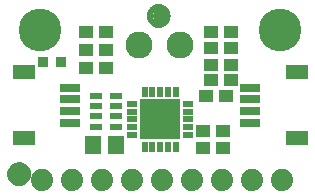
<source format=gbr>
G04 EAGLE Gerber RS-274X export*
G75*
%MOMM*%
%FSLAX34Y34*%
%LPD*%
%INSoldermask Top*%
%IPPOS*%
%AMOC8*
5,1,8,0,0,1.08239X$1,22.5*%
G01*
%ADD10R,1.176600X1.101600*%
%ADD11C,2.286000*%
%ADD12C,1.879600*%
%ADD13R,1.341600X1.601600*%
%ADD14C,3.617600*%
%ADD15R,1.651600X0.701600*%
%ADD16R,1.901600X1.301600*%
%ADD17C,1.101600*%
%ADD18C,0.469900*%
%ADD19R,0.901600X0.901600*%
%ADD20R,1.001600X0.551600*%
%ADD21R,0.501600X0.851600*%
%ADD22R,0.851600X0.501600*%
%ADD23R,3.451600X3.451600*%


D10*
X80890Y120650D03*
X63890Y120650D03*
X80890Y150495D03*
X63890Y150495D03*
X169935Y150495D03*
X186935Y150495D03*
X179950Y52705D03*
X162950Y52705D03*
X186935Y137160D03*
X169935Y137160D03*
X63890Y135255D03*
X80890Y135255D03*
D11*
X109000Y139700D03*
X144000Y139700D03*
D12*
X229870Y25400D03*
X204470Y25400D03*
X179070Y25400D03*
X153670Y25400D03*
X128270Y25400D03*
X102870Y25400D03*
X77470Y25400D03*
X52070Y25400D03*
X26670Y25400D03*
D10*
X179950Y66675D03*
X162950Y66675D03*
D13*
X70510Y55245D03*
X89510Y55245D03*
D14*
X25400Y152400D03*
X228600Y152400D03*
D15*
X203460Y83900D03*
X203460Y93900D03*
X203460Y73900D03*
X203460Y103900D03*
D16*
X242460Y60900D03*
X242460Y116900D03*
D15*
X50540Y93900D03*
X50540Y83900D03*
X50540Y103900D03*
X50540Y73900D03*
D16*
X11540Y116900D03*
X11540Y60900D03*
D17*
X7620Y30480D03*
D18*
X7620Y37980D02*
X7439Y37978D01*
X7258Y37971D01*
X7077Y37960D01*
X6896Y37945D01*
X6716Y37925D01*
X6536Y37901D01*
X6357Y37873D01*
X6179Y37840D01*
X6002Y37803D01*
X5825Y37762D01*
X5650Y37717D01*
X5475Y37667D01*
X5302Y37613D01*
X5131Y37555D01*
X4960Y37493D01*
X4792Y37426D01*
X4625Y37356D01*
X4459Y37282D01*
X4296Y37203D01*
X4135Y37121D01*
X3975Y37035D01*
X3818Y36945D01*
X3663Y36851D01*
X3510Y36754D01*
X3360Y36652D01*
X3212Y36548D01*
X3066Y36439D01*
X2924Y36328D01*
X2784Y36212D01*
X2647Y36094D01*
X2512Y35972D01*
X2381Y35847D01*
X2253Y35719D01*
X2128Y35588D01*
X2006Y35453D01*
X1888Y35316D01*
X1772Y35176D01*
X1661Y35034D01*
X1552Y34888D01*
X1448Y34740D01*
X1346Y34590D01*
X1249Y34437D01*
X1155Y34282D01*
X1065Y34125D01*
X979Y33965D01*
X897Y33804D01*
X818Y33641D01*
X744Y33475D01*
X674Y33308D01*
X607Y33140D01*
X545Y32969D01*
X487Y32798D01*
X433Y32625D01*
X383Y32450D01*
X338Y32275D01*
X297Y32098D01*
X260Y31921D01*
X227Y31743D01*
X199Y31564D01*
X175Y31384D01*
X155Y31204D01*
X140Y31023D01*
X129Y30842D01*
X122Y30661D01*
X120Y30480D01*
X7620Y37980D02*
X7801Y37978D01*
X7982Y37971D01*
X8163Y37960D01*
X8344Y37945D01*
X8524Y37925D01*
X8704Y37901D01*
X8883Y37873D01*
X9061Y37840D01*
X9238Y37803D01*
X9415Y37762D01*
X9590Y37717D01*
X9765Y37667D01*
X9938Y37613D01*
X10109Y37555D01*
X10280Y37493D01*
X10448Y37426D01*
X10615Y37356D01*
X10781Y37282D01*
X10944Y37203D01*
X11105Y37121D01*
X11265Y37035D01*
X11422Y36945D01*
X11577Y36851D01*
X11730Y36754D01*
X11880Y36652D01*
X12028Y36548D01*
X12174Y36439D01*
X12316Y36328D01*
X12456Y36212D01*
X12593Y36094D01*
X12728Y35972D01*
X12859Y35847D01*
X12987Y35719D01*
X13112Y35588D01*
X13234Y35453D01*
X13352Y35316D01*
X13468Y35176D01*
X13579Y35034D01*
X13688Y34888D01*
X13792Y34740D01*
X13894Y34590D01*
X13991Y34437D01*
X14085Y34282D01*
X14175Y34125D01*
X14261Y33965D01*
X14343Y33804D01*
X14422Y33641D01*
X14496Y33475D01*
X14566Y33308D01*
X14633Y33140D01*
X14695Y32969D01*
X14753Y32798D01*
X14807Y32625D01*
X14857Y32450D01*
X14902Y32275D01*
X14943Y32098D01*
X14980Y31921D01*
X15013Y31743D01*
X15041Y31564D01*
X15065Y31384D01*
X15085Y31204D01*
X15100Y31023D01*
X15111Y30842D01*
X15118Y30661D01*
X15120Y30480D01*
X15118Y30299D01*
X15111Y30118D01*
X15100Y29937D01*
X15085Y29756D01*
X15065Y29576D01*
X15041Y29396D01*
X15013Y29217D01*
X14980Y29039D01*
X14943Y28862D01*
X14902Y28685D01*
X14857Y28510D01*
X14807Y28335D01*
X14753Y28162D01*
X14695Y27991D01*
X14633Y27820D01*
X14566Y27652D01*
X14496Y27485D01*
X14422Y27319D01*
X14343Y27156D01*
X14261Y26995D01*
X14175Y26835D01*
X14085Y26678D01*
X13991Y26523D01*
X13894Y26370D01*
X13792Y26220D01*
X13688Y26072D01*
X13579Y25926D01*
X13468Y25784D01*
X13352Y25644D01*
X13234Y25507D01*
X13112Y25372D01*
X12987Y25241D01*
X12859Y25113D01*
X12728Y24988D01*
X12593Y24866D01*
X12456Y24748D01*
X12316Y24632D01*
X12174Y24521D01*
X12028Y24412D01*
X11880Y24308D01*
X11730Y24206D01*
X11577Y24109D01*
X11422Y24015D01*
X11265Y23925D01*
X11105Y23839D01*
X10944Y23757D01*
X10781Y23678D01*
X10615Y23604D01*
X10448Y23534D01*
X10280Y23467D01*
X10109Y23405D01*
X9938Y23347D01*
X9765Y23293D01*
X9590Y23243D01*
X9415Y23198D01*
X9238Y23157D01*
X9061Y23120D01*
X8883Y23087D01*
X8704Y23059D01*
X8524Y23035D01*
X8344Y23015D01*
X8163Y23000D01*
X7982Y22989D01*
X7801Y22982D01*
X7620Y22980D01*
X7439Y22982D01*
X7258Y22989D01*
X7077Y23000D01*
X6896Y23015D01*
X6716Y23035D01*
X6536Y23059D01*
X6357Y23087D01*
X6179Y23120D01*
X6002Y23157D01*
X5825Y23198D01*
X5650Y23243D01*
X5475Y23293D01*
X5302Y23347D01*
X5131Y23405D01*
X4960Y23467D01*
X4792Y23534D01*
X4625Y23604D01*
X4459Y23678D01*
X4296Y23757D01*
X4135Y23839D01*
X3975Y23925D01*
X3818Y24015D01*
X3663Y24109D01*
X3510Y24206D01*
X3360Y24308D01*
X3212Y24412D01*
X3066Y24521D01*
X2924Y24632D01*
X2784Y24748D01*
X2647Y24866D01*
X2512Y24988D01*
X2381Y25113D01*
X2253Y25241D01*
X2128Y25372D01*
X2006Y25507D01*
X1888Y25644D01*
X1772Y25784D01*
X1661Y25926D01*
X1552Y26072D01*
X1448Y26220D01*
X1346Y26370D01*
X1249Y26523D01*
X1155Y26678D01*
X1065Y26835D01*
X979Y26995D01*
X897Y27156D01*
X818Y27319D01*
X744Y27485D01*
X674Y27652D01*
X607Y27820D01*
X545Y27991D01*
X487Y28162D01*
X433Y28335D01*
X383Y28510D01*
X338Y28685D01*
X297Y28862D01*
X260Y29039D01*
X227Y29217D01*
X199Y29396D01*
X175Y29576D01*
X155Y29756D01*
X140Y29937D01*
X129Y30118D01*
X122Y30299D01*
X120Y30480D01*
D17*
X125730Y164465D03*
D18*
X125730Y171965D02*
X125549Y171963D01*
X125368Y171956D01*
X125187Y171945D01*
X125006Y171930D01*
X124826Y171910D01*
X124646Y171886D01*
X124467Y171858D01*
X124289Y171825D01*
X124112Y171788D01*
X123935Y171747D01*
X123760Y171702D01*
X123585Y171652D01*
X123412Y171598D01*
X123241Y171540D01*
X123070Y171478D01*
X122902Y171411D01*
X122735Y171341D01*
X122569Y171267D01*
X122406Y171188D01*
X122245Y171106D01*
X122085Y171020D01*
X121928Y170930D01*
X121773Y170836D01*
X121620Y170739D01*
X121470Y170637D01*
X121322Y170533D01*
X121176Y170424D01*
X121034Y170313D01*
X120894Y170197D01*
X120757Y170079D01*
X120622Y169957D01*
X120491Y169832D01*
X120363Y169704D01*
X120238Y169573D01*
X120116Y169438D01*
X119998Y169301D01*
X119882Y169161D01*
X119771Y169019D01*
X119662Y168873D01*
X119558Y168725D01*
X119456Y168575D01*
X119359Y168422D01*
X119265Y168267D01*
X119175Y168110D01*
X119089Y167950D01*
X119007Y167789D01*
X118928Y167626D01*
X118854Y167460D01*
X118784Y167293D01*
X118717Y167125D01*
X118655Y166954D01*
X118597Y166783D01*
X118543Y166610D01*
X118493Y166435D01*
X118448Y166260D01*
X118407Y166083D01*
X118370Y165906D01*
X118337Y165728D01*
X118309Y165549D01*
X118285Y165369D01*
X118265Y165189D01*
X118250Y165008D01*
X118239Y164827D01*
X118232Y164646D01*
X118230Y164465D01*
X125730Y171965D02*
X125911Y171963D01*
X126092Y171956D01*
X126273Y171945D01*
X126454Y171930D01*
X126634Y171910D01*
X126814Y171886D01*
X126993Y171858D01*
X127171Y171825D01*
X127348Y171788D01*
X127525Y171747D01*
X127700Y171702D01*
X127875Y171652D01*
X128048Y171598D01*
X128219Y171540D01*
X128390Y171478D01*
X128558Y171411D01*
X128725Y171341D01*
X128891Y171267D01*
X129054Y171188D01*
X129215Y171106D01*
X129375Y171020D01*
X129532Y170930D01*
X129687Y170836D01*
X129840Y170739D01*
X129990Y170637D01*
X130138Y170533D01*
X130284Y170424D01*
X130426Y170313D01*
X130566Y170197D01*
X130703Y170079D01*
X130838Y169957D01*
X130969Y169832D01*
X131097Y169704D01*
X131222Y169573D01*
X131344Y169438D01*
X131462Y169301D01*
X131578Y169161D01*
X131689Y169019D01*
X131798Y168873D01*
X131902Y168725D01*
X132004Y168575D01*
X132101Y168422D01*
X132195Y168267D01*
X132285Y168110D01*
X132371Y167950D01*
X132453Y167789D01*
X132532Y167626D01*
X132606Y167460D01*
X132676Y167293D01*
X132743Y167125D01*
X132805Y166954D01*
X132863Y166783D01*
X132917Y166610D01*
X132967Y166435D01*
X133012Y166260D01*
X133053Y166083D01*
X133090Y165906D01*
X133123Y165728D01*
X133151Y165549D01*
X133175Y165369D01*
X133195Y165189D01*
X133210Y165008D01*
X133221Y164827D01*
X133228Y164646D01*
X133230Y164465D01*
X133228Y164284D01*
X133221Y164103D01*
X133210Y163922D01*
X133195Y163741D01*
X133175Y163561D01*
X133151Y163381D01*
X133123Y163202D01*
X133090Y163024D01*
X133053Y162847D01*
X133012Y162670D01*
X132967Y162495D01*
X132917Y162320D01*
X132863Y162147D01*
X132805Y161976D01*
X132743Y161805D01*
X132676Y161637D01*
X132606Y161470D01*
X132532Y161304D01*
X132453Y161141D01*
X132371Y160980D01*
X132285Y160820D01*
X132195Y160663D01*
X132101Y160508D01*
X132004Y160355D01*
X131902Y160205D01*
X131798Y160057D01*
X131689Y159911D01*
X131578Y159769D01*
X131462Y159629D01*
X131344Y159492D01*
X131222Y159357D01*
X131097Y159226D01*
X130969Y159098D01*
X130838Y158973D01*
X130703Y158851D01*
X130566Y158733D01*
X130426Y158617D01*
X130284Y158506D01*
X130138Y158397D01*
X129990Y158293D01*
X129840Y158191D01*
X129687Y158094D01*
X129532Y158000D01*
X129375Y157910D01*
X129215Y157824D01*
X129054Y157742D01*
X128891Y157663D01*
X128725Y157589D01*
X128558Y157519D01*
X128390Y157452D01*
X128219Y157390D01*
X128048Y157332D01*
X127875Y157278D01*
X127700Y157228D01*
X127525Y157183D01*
X127348Y157142D01*
X127171Y157105D01*
X126993Y157072D01*
X126814Y157044D01*
X126634Y157020D01*
X126454Y157000D01*
X126273Y156985D01*
X126092Y156974D01*
X125911Y156967D01*
X125730Y156965D01*
X125549Y156967D01*
X125368Y156974D01*
X125187Y156985D01*
X125006Y157000D01*
X124826Y157020D01*
X124646Y157044D01*
X124467Y157072D01*
X124289Y157105D01*
X124112Y157142D01*
X123935Y157183D01*
X123760Y157228D01*
X123585Y157278D01*
X123412Y157332D01*
X123241Y157390D01*
X123070Y157452D01*
X122902Y157519D01*
X122735Y157589D01*
X122569Y157663D01*
X122406Y157742D01*
X122245Y157824D01*
X122085Y157910D01*
X121928Y158000D01*
X121773Y158094D01*
X121620Y158191D01*
X121470Y158293D01*
X121322Y158397D01*
X121176Y158506D01*
X121034Y158617D01*
X120894Y158733D01*
X120757Y158851D01*
X120622Y158973D01*
X120491Y159098D01*
X120363Y159226D01*
X120238Y159357D01*
X120116Y159492D01*
X119998Y159629D01*
X119882Y159769D01*
X119771Y159911D01*
X119662Y160057D01*
X119558Y160205D01*
X119456Y160355D01*
X119359Y160508D01*
X119265Y160663D01*
X119175Y160820D01*
X119089Y160980D01*
X119007Y161141D01*
X118928Y161304D01*
X118854Y161470D01*
X118784Y161637D01*
X118717Y161805D01*
X118655Y161976D01*
X118597Y162147D01*
X118543Y162320D01*
X118493Y162495D01*
X118448Y162670D01*
X118407Y162847D01*
X118370Y163024D01*
X118337Y163202D01*
X118309Y163381D01*
X118285Y163561D01*
X118265Y163741D01*
X118250Y163922D01*
X118239Y164103D01*
X118232Y164284D01*
X118230Y164465D01*
D19*
X28060Y125730D03*
X43060Y125730D03*
D20*
X89780Y96820D03*
X72780Y96820D03*
X89780Y87820D03*
X89780Y79820D03*
X89780Y70820D03*
X72780Y70820D03*
X72780Y87820D03*
X72780Y79820D03*
D21*
X140000Y100335D03*
X133500Y100335D03*
X127000Y100335D03*
X120500Y100335D03*
X114000Y100335D03*
D22*
X103500Y89835D03*
X103500Y83335D03*
X103500Y76835D03*
X103500Y70335D03*
X103500Y63835D03*
D21*
X114000Y53335D03*
X120500Y53335D03*
X127000Y53335D03*
X133500Y53335D03*
X140000Y53335D03*
D22*
X150500Y63835D03*
X150500Y70335D03*
X150500Y76835D03*
X150500Y83335D03*
X150500Y89835D03*
D23*
X127000Y76835D03*
D10*
X183125Y96520D03*
X166125Y96520D03*
X169935Y109855D03*
X186935Y109855D03*
X186935Y123190D03*
X169935Y123190D03*
M02*

</source>
